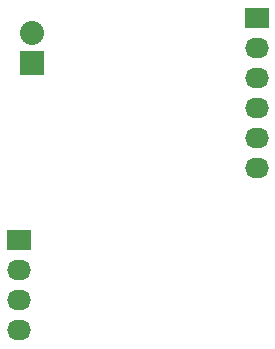
<source format=gbs>
G04 #@! TF.FileFunction,Soldermask,Bot*
%FSLAX46Y46*%
G04 Gerber Fmt 4.6, Leading zero omitted, Abs format (unit mm)*
G04 Created by KiCad (PCBNEW (after 2015-mar-04 BZR unknown)-product) date Thu 19 Nov 2015 08:04:08 PM EST*
%MOMM*%
G01*
G04 APERTURE LIST*
%ADD10C,0.100000*%
%ADD11R,2.032000X2.032000*%
%ADD12O,2.032000X2.032000*%
%ADD13R,2.032000X1.727200*%
%ADD14O,2.032000X1.727200*%
G04 APERTURE END LIST*
D10*
D11*
X130175000Y-63881000D03*
D12*
X130175000Y-61341000D03*
D13*
X149225000Y-60071000D03*
D14*
X149225000Y-62611000D03*
X149225000Y-65151000D03*
X149225000Y-67691000D03*
X149225000Y-70231000D03*
X149225000Y-72771000D03*
D13*
X129032000Y-78867000D03*
D14*
X129032000Y-81407000D03*
X129032000Y-83947000D03*
X129032000Y-86487000D03*
M02*

</source>
